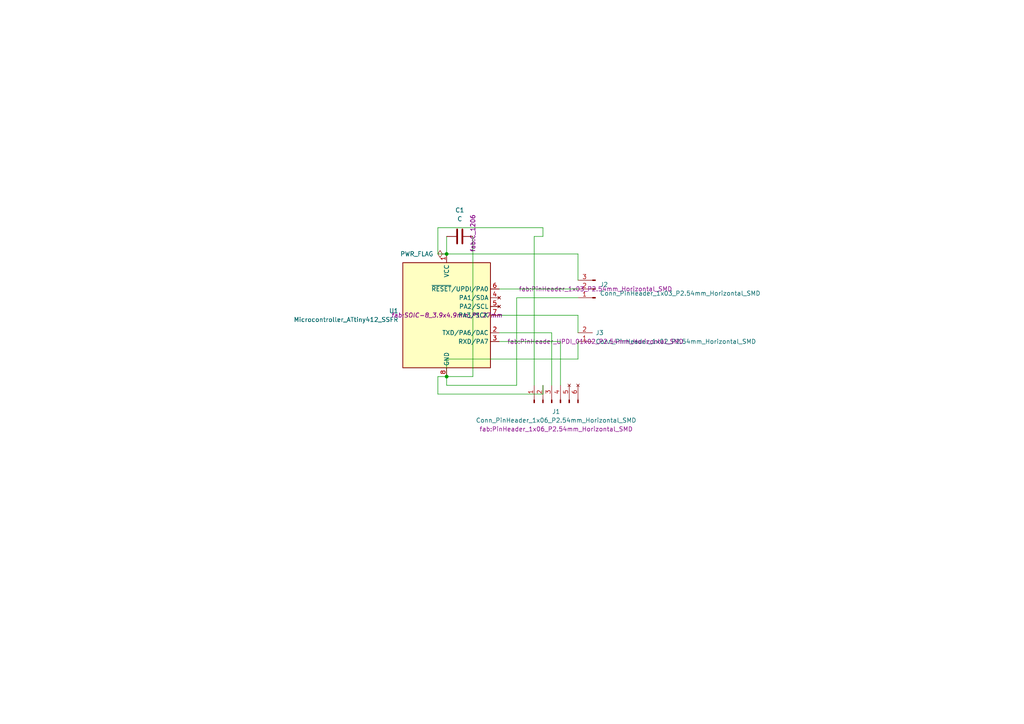
<source format=kicad_sch>
(kicad_sch (version 20211123) (generator eeschema)
  (paper "A4")
  (lib_symbols
    (symbol "Conn_PinHeader_1x06_P2.54mm_Horizontal_SMD_1" (pin_names (offset 1.016) hide)
      (property "Reference" "J1" (at 1.27 -2.54 90))
      (property "Value" "Conn_PinHeader_1x06_P2.54mm_Horizontal_SMD_1" (at 1.27 -5.08 90))
      (property "Footprint" "fab:PinHeader_1x06_P2.54mm_Horizontal_SMD" (at 0 0 0))
      (symbol "Conn_PinHeader_1x06_P2.54mm_Horizontal_SMD_1_1_1"
        (polyline (pts (xy 1.27 -7.62) (xy 0.8636 -7.62)) (stroke (width 0.1524)))
        (polyline (pts (xy 1.27 -5.08) (xy 0.8636 -5.08)) (stroke (width 0.1524)))
        (polyline (pts (xy 1.27 -2.54) (xy 0.8636 -2.54)) (stroke (width 0.1524)))
        (polyline (pts (xy 1.27 0) (xy 0.8636 0)) (stroke (width 0.1524)))
        (polyline (pts (xy 1.27 2.54) (xy 0.8636 2.54)) (stroke (width 0.1524)))
        (polyline (pts (xy 1.27 5.08) (xy 0.8636 5.08)) (stroke (width 0.1524)))
        (rectangle (start 0.8636 -7.493) (end 0 -7.747) (stroke (width 0.1524)) (fill (type outline)))
        (rectangle (start 0.8636 -4.953) (end 0 -5.207) (stroke (width 0.1524)) (fill (type outline)))
        (rectangle (start 0.8636 -2.413) (end 0 -2.667) (stroke (width 0.1524)) (fill (type outline)))
        (rectangle (start 0.8636 0.127) (end 0 -0.127) (stroke (width 0.1524)) (fill (type outline)))
        (rectangle (start 0.8636 2.667) (end 0 2.413) (stroke (width 0.1524)) (fill (type outline)))
        (rectangle (start 0.8636 5.207) (end 0 4.953) (stroke (width 0.1524)) (fill (type outline)))
        (pin passive line (at 5.08 5.08 180) (length 3.81) (name "Pin_1") (number "1"))
        (pin passive line (at 5.08 2.54 180) (length 3.81) (name "Pin_2") (number "2"))
        (pin passive line (at 5.08 0 180) (length 3.81) (name "Pin_3") (number "3"))
        (pin passive line (at 5.08 -2.54 180) (length 3.81) (name "Pin_4") (number "4"))
        (pin no_connect line (at 5.08 -5.08 180) (length 3.81) (name "Pin_5") (number "5"))
        (pin no_connect line (at 5.08 -7.62 180) (length 3.81) (name "Pin_6") (number "6"))
      )
    )
    (symbol "Device:C" (pin_numbers hide) (pin_names (offset 0.254))
      (property "Reference" "C" (at 0.635 2.54 0))
      (property "Value" "C" (at 0.635 -2.54 0))
      (symbol "C_0_1"
        (polyline (pts (xy -2.032 -0.762) (xy 2.032 -0.762)) (stroke (width 0.508)))
        (polyline (pts (xy -2.032 0.762) (xy 2.032 0.762)) (stroke (width 0.508)))
      )
      (symbol "C_1_1"
        (pin passive line (at 0 3.81 270) (length 2.794) (name "~") (number "1"))
        (pin passive line (at 0 -3.81 90) (length 2.794) (name "~") (number "2"))
      )
    )
    (symbol "Microcontroller_ATtiny412_SSFR_1"
      (property "Reference" "U1" (at -13.97 1.2701 0))
      (property "Value" "Microcontroller_ATtiny412_SSFR_1" (at -13.97 -1.2699 0))
      (symbol "Microcontroller_ATtiny412_SSFR_1_0_1"
        (rectangle (start -12.7 -15.24) (end 12.7 15.24) (stroke (width 0.254)) (fill (type background)))
      )
      (symbol "Microcontroller_ATtiny412_SSFR_1_1_1"
        (pin power_in line (at 0 17.78 270) (length 2.54) (name "VCC") (number "1"))
        (pin bidirectional line (at 15.24 -5.08 180) (length 2.54) (name "TXD/PA6/DAC") (number "2"))
        (pin bidirectional line (at 15.24 -7.62 180) (length 2.54) (name "RXD/PA7") (number "3"))
        (pin no_connect line (at 15.24 5.08 180) (length 2.54) (name "PA1/SDA") (number "4"))
        (pin no_connect line (at 15.24 2.54 180) (length 2.54) (name "PA2/SCL") (number "5"))
        (pin bidirectional line (at 15.24 7.62 180) (length 2.54) (name "~{RESET}/UPDI/PA0") (number "6"))
        (pin bidirectional line (at 15.24 0 180) (length 2.54) (name "PA3/SCK") (number "7"))
        (pin power_out line (at 0 -17.78 90) (length 2.54) (name "GND") (number "8"))
      )
    )
    (symbol "fab:Conn_PinHeader_1x02_P2.54mm_Horizontal_SMD" (pin_names (offset 1.016))
      (property "Reference" "J" (at 0 2.54 0))
      (property "Value" "Conn_PinHeader_1x02_P2.54mm_Horizontal_SMD" (at 0 -5.08 0))
      (symbol "Conn_PinHeader_1x02_P2.54mm_Horizontal_SMD_1_1"
        (polyline (pts (xy 1.27 -2.54) (xy 0.8636 -2.54)) (stroke (width 0.1524)))
        (polyline (pts (xy 1.27 0) (xy 0.8636 0)) (stroke (width 0.1524)))
        (pin passive line (at 5.08 0 180) (length 3.81) (name "~") (number "1"))
        (pin passive line (at 5.08 -2.54 180) (length 3.81) (name "~") (number "2"))
      )
    )
    (symbol "fab:Conn_PinHeader_1x03_P2.54mm_Horizontal_SMD" (pin_names (offset 1.016) hide)
      (property "Reference" "J" (at 0 5.08 0))
      (property "Value" "Conn_PinHeader_1x03_P2.54mm_Horizontal_SMD" (at 0 -5.08 0))
      (symbol "Conn_PinHeader_1x03_P2.54mm_Horizontal_SMD_1_1"
        (polyline (pts (xy 1.27 -2.54) (xy 0.8636 -2.54)) (stroke (width 0.1524)))
        (polyline (pts (xy 1.27 0) (xy 0.8636 0)) (stroke (width 0.1524)))
        (polyline (pts (xy 1.27 2.54) (xy 0.8636 2.54)) (stroke (width 0.1524)))
        (rectangle (start 0.8636 -2.413) (end 0 -2.667) (stroke (width 0.1524)) (fill (type outline)))
        (rectangle (start 0.8636 0.127) (end 0 -0.127) (stroke (width 0.1524)) (fill (type outline)))
        (rectangle (start 0.8636 2.667) (end 0 2.413) (stroke (width 0.1524)) (fill (type outline)))
        (pin passive line (at 5.08 2.54 180) (length 3.81) (name "Pin_1") (number "1"))
        (pin passive line (at 5.08 0 180) (length 3.81) (name "Pin_2") (number "2"))
        (pin passive line (at 5.08 -2.54 180) (length 3.81) (name "Pin_3") (number "3"))
      )
    )
    (symbol "power:PWR_FLAG" (power) (pin_numbers hide) (pin_names (offset 0) hide)
      (property "Value" "PWR_FLAG" (at 0 3.81 0))
      (symbol "PWR_FLAG_0_0"
        (pin power_out line (at 0 0 90) (length 0) (name "pwr") (number "1"))
      )
      (symbol "PWR_FLAG_0_1"
        (polyline (pts (xy 0 0) (xy 0 1.27) (xy -1.016 1.905) (xy 0 2.54) (xy 1.016 1.905) (xy 0 1.27)))
      )
    )
  )
  (junction (at 129.54 73.66))
  (junction (at 129.54 109.22))
  (wire (pts (xy 129.54 73.66) (xy 167.64 73.66)))
  (wire (pts (xy 157.48 66.04) (xy 157.48 68.58)))
  (wire (pts (xy 167.64 91.44) (xy 144.78 91.44)))
  (wire (pts (xy 160.02 96.52) (xy 160.02 111.76)))
  (wire (pts (xy 144.78 96.52) (xy 160.02 96.52)))
  (wire (pts (xy 167.64 96.52) (xy 167.64 91.44)))
  (wire (pts (xy 149.86 111.76) (xy 129.54 111.76)))
  (wire (pts (xy 167.64 86.36) (xy 149.86 86.36)))
  (wire (pts (xy 127 114.3) (xy 157.48 114.3)))
  (wire (pts (xy 144.78 83.82) (xy 167.64 83.82)))
  (wire (pts (xy 129.54 104.14) (xy 129.54 109.22)))
  (wire (pts (xy 129.54 109.22) (xy 137.16 109.22)))
  (wire (pts (xy 129.54 109.22) (xy 129.54 111.76)))
  (wire (pts (xy 129.54 109.22) (xy 127 109.22)))
  (wire (pts (xy 137.16 68.58) (xy 137.16 109.22)))
  (wire (pts (xy 127 73.66) (xy 127 66.04)))
  (wire (pts (xy 157.48 66.04) (xy 127 66.04)))
  (wire (pts (xy 154.94 68.58) (xy 154.94 111.76)))
  (wire (pts (xy 167.64 99.06) (xy 167.64 104.14)))
  (wire (pts (xy 157.48 111.76) (xy 157.48 114.3)))
  (wire (pts (xy 129.54 73.66) (xy 127 73.66)))
  (wire (pts (xy 129.54 68.58) (xy 129.54 73.66)))
  (wire (pts (xy 167.64 104.14) (xy 129.54 104.14)))
  (wire (pts (xy 149.86 86.36) (xy 149.86 111.76)))
  (wire (pts (xy 162.56 99.06) (xy 162.56 111.76)))
  (wire (pts (xy 167.64 81.28) (xy 167.64 73.66)))
  (wire (pts (xy 127 109.22) (xy 127 114.3)))
  (wire (pts (xy 157.48 68.58) (xy 154.94 68.58)))
  (wire (pts (xy 144.78 99.06) (xy 162.56 99.06)))
  (symbol (lib_id "Device:C") (at 133.35 68.58 90) (unit 1)
    (property "Reference" "C1" (at 133.35 60.96 90))
    (property "Value" "C" (at 133.35 63.5 90))
    (property "Footprint" "fab:C_1206" (at 137.16 67.6148 0))
  )
  (symbol (lib_id "power:PWR_FLAG") (at 129.54 73.66 90) (unit 1)
    (property "Reference" "#FLG01" (effects hide))
    (property "Value" "PWR_FLAG" (at 125.73 73.6599 90) (effects (justify left)))
  )
  (symbol (lib_name "Microcontroller_ATtiny412_SSFR_1") (lib_id "fab:Microcontroller_ATtiny412_SSFR") (at 129.54 91.44 0) (unit 1)
    (property "Reference" "U1" (at 115.57 90.1699 0) (effects (justify right)))
    (property "Value" "Microcontroller_ATtiny412_SSFR" (at 115.57 92.7099 0) (effects (justify right)))
    (property "Footprint" "fab:SOIC-8_3.9x4.9mm_P1.27mm" (at 129.54 91.44 0) (effects (font italic)))
    (property "Datasheet" "http://ww1.microchip.com/downloads/en/DeviceDoc/40001911A.pdf" (effects hide))
  )
  (symbol (lib_id "fab:Conn_PinHeader_1x03_P2.54mm_Horizontal_SMD") (at 172.72 83.82 180) (unit 1)
    (property "Reference" "J2" (at 173.99 82.5499 0) (effects (justify right)))
    (property "Value" "Conn_PinHeader_1x03_P2.54mm_Horizontal_SMD" (at 173.99 85.0899 0) (effects (justify right)))
    (property "Footprint" "fab:PinHeader_1x03_P2.54mm_Horizontal_SMD" (at 172.72 83.82 0))
  )
  (symbol (lib_name "Conn_PinHeader_1x06_P2.54mm_Horizontal_SMD_1") (lib_id "fab:Conn_PinHeader_1x06_P2.54mm_Horizontal_SMD") (at 160.02 116.84 90) (unit 1)
    (property "Reference" "J1" (at 161.29 119.38 90))
    (property "Value" "Conn_PinHeader_1x06_P2.54mm_Horizontal_SMD" (at 161.29 121.92 90))
    (property "Footprint" "fab:PinHeader_1x06_P2.54mm_Horizontal_SMD" (at 161.29 124.46 90))
  )
  (symbol (lib_id "fab:Conn_PinHeader_1x02_P2.54mm_Horizontal_SMD") (at 172.72 99.06 180) (unit 1)
    (property "Reference" "J3" (at 172.72 96.5199 0) (effects (justify right)))
    (property "Value" "Conn_PinHeader_1x02_P2.54mm_Horizontal_SMD" (at 172.72 99.0599 0) (effects (justify right)))
    (property "Footprint" "fab:PinHeader_UPDI_01x02_P2.54mm_Horizontal_SMD" (at 172.72 99.06 0))
  )
)
</source>
